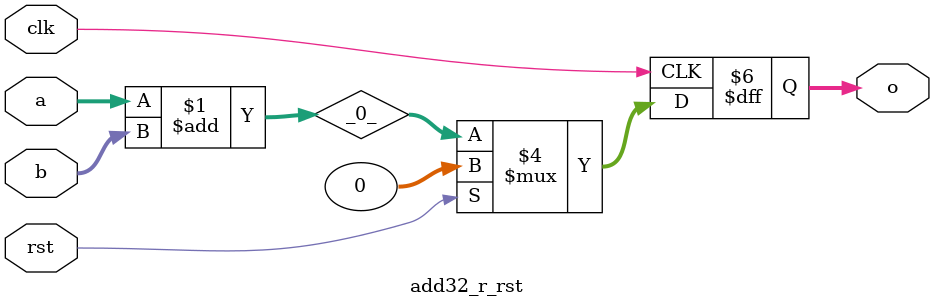
<source format=v>
/* Generated by Yosys 0.16+65 (git sha1 UNKNOWN, gcc 9.4.0-1ubuntu1~20.04.1 -fPIC -Os) */

(* top =  1  *)
module add32_r_rst(a, b, clk, rst, o);
  wire [31:0] _0_;
  (* packed_ranges = 1'h1 *)
  (* unpacked_ranges = 1'h1 *)
  input [31:0] a;
  wire [31:0] a;
  (* packed_ranges = 1'h1 *)
  (* unpacked_ranges = 1'h1 *)
  input [31:0] b;
  wire [31:0] b;
  input clk;
  wire clk;
  (* packed_ranges = 1'h1 *)
  (* unpacked_ranges = 1'h1 *)
  output [31:0] o;
  reg [31:0] o;
  input rst;
  wire rst;
  assign _0_ = a + b;
  always @(posedge clk)
    if (rst) o <= 32'd0;
    else o <= _0_;
endmodule

</source>
